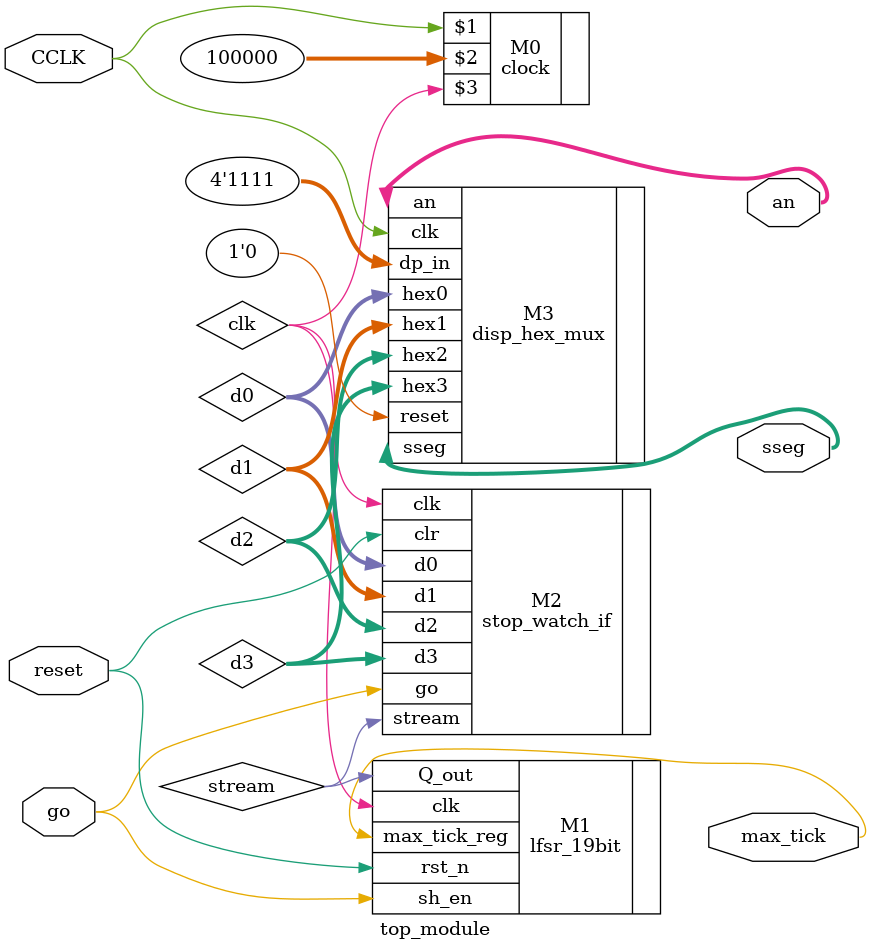
<source format=v>
`timescale 1ns / 1ps

module top_module(CCLK, reset, go, max_tick, sseg, an);

    input wire CCLK, reset, go;
    output wire max_tick;
    output wire [7:0] sseg;
    output wire [3:0] an;
    
    wire clk;
    wire [3:0] d0, d1, d2, d3;
    
    clock M0 (CCLK, 100000, clk);
    lfsr_19bit M1 (.clk(clk), .sh_en(go), .rst_n(reset), .max_tick_reg(max_tick), .Q_out(stream));
    stop_watch_if M2 (.stream(stream), .clk(clk), .go(go), .clr(reset), .d3(d3), .d2(d2), .d1(d1), .d0(d0));
    disp_hex_mux M3 (.clk(CCLK), .reset(1'b0), .hex3(d3), .hex2(d2), .hex1(d1), .hex0(d0), .dp_in(4'b1111), .an(an), .sseg(sseg));  
    
    
endmodule

</source>
